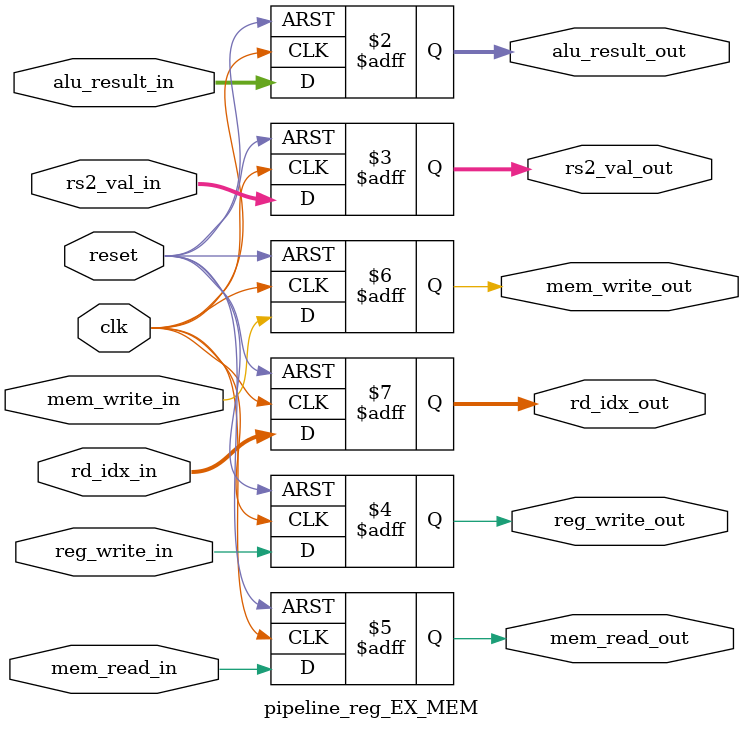
<source format=sv>
`timescale 1ns/1ps

module pipeline_reg_EX_MEM(
    input  logic        clk,
    input  logic        reset,

    
    input  logic [31:0] alu_result_in,
    input  logic [31:0] rs2_val_in,
    input  logic        reg_write_in,
    input  logic        mem_read_in,
    input  logic        mem_write_in,
    input  logic [4:0]  rd_idx_in,

   
    output logic [31:0] alu_result_out,
    output logic [31:0] rs2_val_out,
    output logic        reg_write_out,
    output logic        mem_read_out,
    output logic        mem_write_out,
    output logic [4:0]  rd_idx_out
);

    always_ff @(posedge clk or posedge reset) begin
        
		  if(reset) begin
            alu_result_out <= 32'd0;
            rs2_val_out    <= 32'd0;
            reg_write_out  <= 1'b0;
            mem_read_out   <= 1'b0;
            mem_write_out  <= 1'b0;
            rd_idx_out     <= 5'd0;
        end
        
		  else begin
            alu_result_out <= alu_result_in;
            rs2_val_out    <= rs2_val_in;
            reg_write_out  <= reg_write_in;
            mem_read_out   <= mem_read_in;
            mem_write_out  <= mem_write_in;
            rd_idx_out     <= rd_idx_in;
        end
    end

endmodule

</source>
